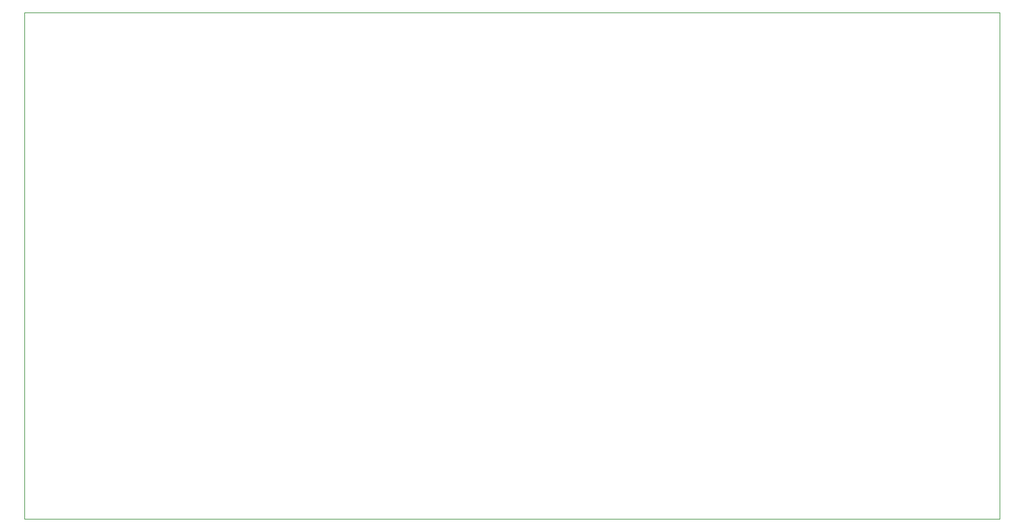
<source format=gbr>
%TF.GenerationSoftware,KiCad,Pcbnew,(5.1.8-0-10_14)*%
%TF.CreationDate,2021-02-20T12:55:24+10:00*%
%TF.ProjectId,mfos_noise_toaster,6d666f73-5f6e-46f6-9973-655f746f6173,rev?*%
%TF.SameCoordinates,Original*%
%TF.FileFunction,Profile,NP*%
%FSLAX46Y46*%
G04 Gerber Fmt 4.6, Leading zero omitted, Abs format (unit mm)*
G04 Created by KiCad (PCBNEW (5.1.8-0-10_14)) date 2021-02-20 12:55:24*
%MOMM*%
%LPD*%
G01*
G04 APERTURE LIST*
%TA.AperFunction,Profile*%
%ADD10C,0.050000*%
%TD*%
G04 APERTURE END LIST*
D10*
X116100000Y-132490000D02*
X248180000Y-132490000D01*
X248180000Y-63910000D02*
X248180000Y-132490000D01*
X116100000Y-63910000D02*
X248180000Y-63910000D01*
X116100000Y-63910000D02*
X116100000Y-132490000D01*
M02*

</source>
